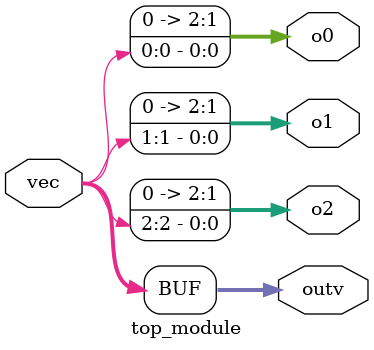
<source format=v>
module top_module (
    input [2:0] vec,
    output [2:0] outv, o2, o1, o0
);
    
    assign outv [2:0] = vec[2:0];

    assign o0 = vec[0];
    assign o1 = vec[1];
    assign o2 = vec[2];

endmodule
</source>
